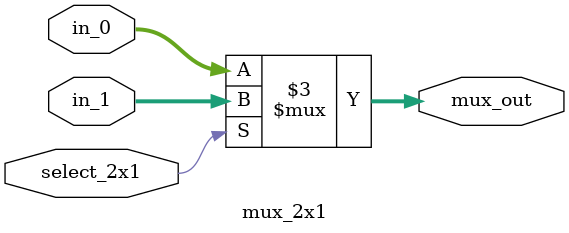
<source format=sv>
module mux_2x1#(
        parameter DATA_WIDTH = 16
    )
    (
        input logic [DATA_WIDTH - 1:0] in_0, in_1,
        input logic select_2x1,
        output logic [DATA_WIDTH - 1:0] mux_out
    );

    always_comb
    begin
        if(select_2x1)
            mux_out <= in_1;
        else
            mux_out <= in_0;
    end
endmodule

</source>
